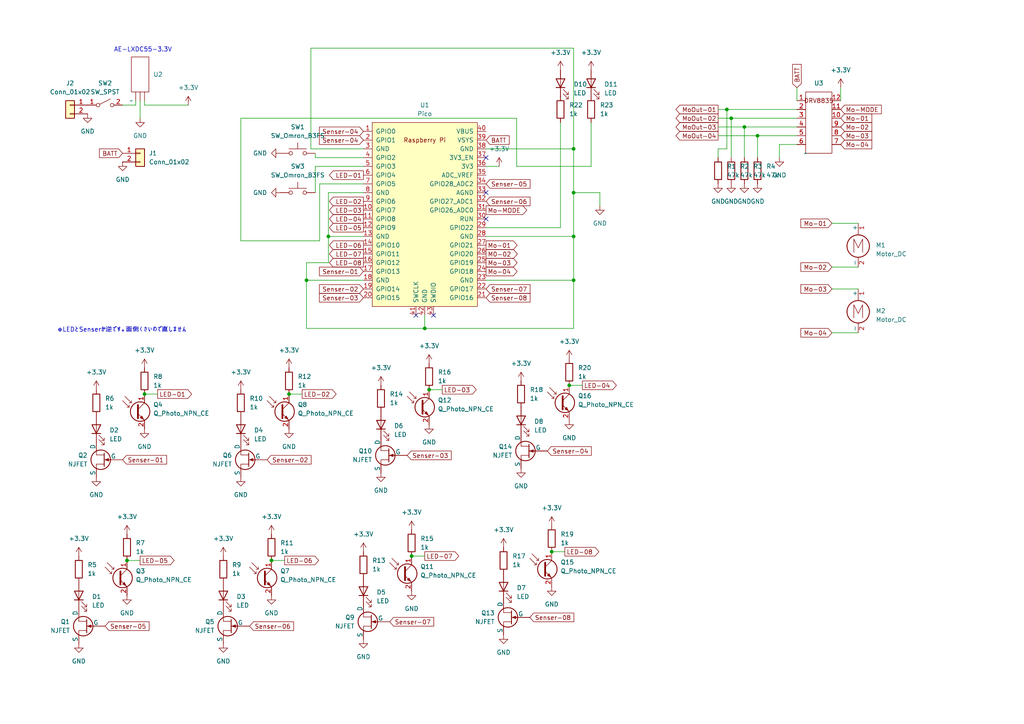
<source format=kicad_sch>
(kicad_sch (version 20231120) (generator "eeschema") (generator_version "8.0")
  (paper "A4")
  (title_block (title "2024.robot.v4") (company "個人北陸マイクロマウス同好会"))
  (lib_symbols
    (symbol "Connector_Generic:Conn_01x02" (pin_names (offset 1.016) hide)
      (property "Reference" "J" (at 0 2.54 0))
      (property "Value" "Conn_01x02" (at 0 -5.08 0))
      (symbol "Conn_01x02_1_1"
        (rectangle (start -1.27 -2.413) (end 0 -2.667) (stroke (width 0.1524)))
        (rectangle (start -1.27 0.127) (end 0 -0.127) (stroke (width 0.1524)))
        (rectangle (start -1.27 1.27) (end 1.27 -3.81) (stroke (width 0.254)) (fill (type background)))
        (pin passive line (at -5.08 0 0) (length 3.81) (name "Pin_1") (number "1"))
        (pin passive line (at -5.08 -2.54 0) (length 3.81) (name "Pin_2") (number "2"))
      )
    )
    (symbol "Device:LED" (pin_numbers hide) (pin_names (offset 1.016) hide)
      (property "Reference" "D" (at 0 2.54 0))
      (property "Value" "LED" (at 0 -2.54 0))
      (symbol "LED_0_1"
        (polyline (pts (xy -1.27 -1.27) (xy -1.27 1.27)) (stroke (width 0.254)))
        (polyline (pts (xy -1.27 0) (xy 1.27 0)))
        (polyline (pts (xy 1.27 -1.27) (xy 1.27 1.27) (xy -1.27 0) (xy 1.27 -1.27)) (stroke (width 0.254)))
        (polyline (pts (xy -3.048 -0.762) (xy -4.572 -2.286) (xy -3.81 -2.286) (xy -4.572 -2.286) (xy -4.572 -1.524)))
        (polyline (pts (xy -1.778 -0.762) (xy -3.302 -2.286) (xy -2.54 -2.286) (xy -3.302 -2.286) (xy -3.302 -1.524)))
      )
      (symbol "LED_1_1"
        (pin passive line (at -3.81 0 0) (length 2.54) (name "K") (number "1"))
        (pin passive line (at 3.81 0 180) (length 2.54) (name "A") (number "2"))
      )
    )
    (symbol "Device:Q_Photo_NPN_CE" (pin_names (offset 0) hide)
      (property "Reference" "Q" (at 5.08 1.27 0))
      (property "Value" "Q_Photo_NPN_CE" (at 5.08 -1.27 0))
      (symbol "Q_Photo_NPN_CE_0_1"
        (polyline (pts (xy -1.905 1.27) (xy -2.54 1.27)))
        (polyline (pts (xy -1.27 2.54) (xy -1.905 2.54)))
        (polyline (pts (xy 0.635 0.635) (xy 2.54 2.54)))
        (polyline (pts (xy -3.81 3.175) (xy -1.905 1.27) (xy -1.905 1.905)))
        (polyline (pts (xy -3.175 4.445) (xy -1.27 2.54) (xy -1.27 3.175)))
        (polyline (pts (xy 0.635 -0.635) (xy 2.54 -2.54) (xy 2.54 -2.54)))
        (polyline (pts (xy 0.635 1.905) (xy 0.635 -1.905) (xy 0.635 -1.905)) (stroke (width 0.508)))
        (polyline (pts (xy 1.27 -1.778) (xy 1.778 -1.27) (xy 2.286 -2.286) (xy 1.27 -1.778) (xy 1.27 -1.778)) (fill (type outline)))
        (circle (center 1.27 0) (radius 2.8194) (stroke (width 0.254)))
      )
      (symbol "Q_Photo_NPN_CE_1_1"
        (pin passive line (at 2.54 5.08 270) (length 2.54) (name "C") (number "1"))
        (pin passive line (at 2.54 -5.08 90) (length 2.54) (name "E") (number "2"))
      )
    )
    (symbol "Device:R" (pin_numbers hide) (pin_names (offset 0))
      (property "Reference" "R" (at 2.032 0 90))
      (property "Value" "R" (at 0 0 90))
      (symbol "R_0_1"
        (rectangle (start -1.016 -2.54) (end 1.016 2.54) (stroke (width 0.254)))
      )
      (symbol "R_1_1"
        (pin passive line (at 0 3.81 270) (length 1.27) (name "~") (number "1"))
        (pin passive line (at 0 -3.81 90) (length 1.27) (name "~") (number "2"))
      )
    )
    (symbol "Driver_Motoer:DRV8835" (pin_names (offset 1016))
      (property "Reference" "U" (at 2.54 12.7 0))
      (symbol "DRV8835_0_1"
        (rectangle (start 0 17.78) (end 7.62 0))
      )
      (symbol "DRV8835_1_1"
        (text "DRV8835" (at 3.81 15.24 0) (effects (font (size 1.27 1.27))))
        (pin power_in line (at -2.54 15.24 0) (length 2.54) (name "Input") (number "1"))
        (pin input line (at 10.16 10.16 180) (length 2.54) (name "") (number "10"))
        (pin input line (at 10.16 12.7 180) (length 2.54) (name "11") (number "11"))
        (pin input line (at 10.16 15.24 180) (length 2.54) (name "") (number "12"))
        (pin input line (at -2.54 10.16 0) (length 2.54) (name "Output") (number "3"))
        (pin input line (at -2.54 7.62 0) (length 2.54) (name "") (number "4"))
        (pin input line (at -2.54 5.08 0) (length 2.54) (name "") (number "5"))
        (pin input line (at -2.54 2.54 0) (length 2.54) (name "") (number "6"))
        (pin input line (at 10.16 2.54 180) (length 2.54) (name "") (number "7"))
        (pin input line (at 10.16 5.08 180) (length 2.54) (name "8") (number "8"))
        (pin input line (at 10.16 7.62 180) (length 2.54) (name "") (number "9"))
        (pin input line (at -2.54 12.7 0) (length 2.54) (name "Output") (number "２"))
      )
    )
    (symbol "GND_1" (power) (pin_numbers hide) (pin_names (offset 0) hide)
      (property "Value" "GND" (at 0 -3.81 0))
      (symbol "GND_1_0_1"
        (polyline (pts (xy 0 0) (xy 0 -1.27) (xy 1.27 -1.27) (xy 0 -2.54) (xy -1.27 -1.27) (xy 0 -1.27)))
      )
      (symbol "GND_1_1_1"
        (pin power_in line (at 0 0 270) (length 0) (name "~") (number "1"))
      )
    )
    (symbol "GND_2" (power) (pin_numbers hide) (pin_names (offset 0) hide)
      (property "Value" "GND" (at 0 -3.81 0))
      (symbol "GND_2_0_1"
        (polyline (pts (xy 0 0) (xy 0 -1.27) (xy 1.27 -1.27) (xy 0 -2.54) (xy -1.27 -1.27) (xy 0 -1.27)))
      )
      (symbol "GND_2_1_1"
        (pin power_in line (at 0 0 270) (length 0) (name "~") (number "1"))
      )
    )
    (symbol "Motor:Motor_DC" (pin_names (offset 0))
      (property "Reference" "M" (at 2.54 2.54 0))
      (property "Value" "Motor_DC" (at 2.54 -5.08 0))
      (symbol "Motor_DC_0_0"
        (polyline (pts (xy -1.27 -3.302) (xy -1.27 0.508) (xy 0 -2.032) (xy 1.27 0.508) (xy 1.27 -3.302)))
      )
      (symbol "Motor_DC_0_1"
        (circle (center 0 -1.524) (radius 3.2512) (stroke (width 0.254)))
        (polyline (pts (xy 0 -7.62) (xy 0 -7.112)))
        (polyline (pts (xy 0 -4.7752) (xy 0 -5.1816)))
        (polyline (pts (xy 0 1.7272) (xy 0 2.0828)))
        (polyline (pts (xy 0 2.032) (xy 0 2.54)))
      )
      (symbol "Motor_DC_1_1"
        (pin passive line (at 0 5.08 270) (length 2.54) (name "+") (number "1"))
        (pin passive line (at 0 -7.62 90) (length 2.54) (name "-") (number "2"))
      )
    )
    (symbol "New_Library:LXDC55FAAA-203"
      (property "Reference" "U" (at 0 0 0))
      (symbol "LXDC55FAAA-203_0_1"
        (rectangle (start 0 12.7) (end 5.08 2.54))
      )
      (symbol "LXDC55FAAA-203_1_1"
        (pin input line (at 1.27 0 90) (length 2.54) (name "") (number ""))
        (pin input line (at 2.54 0 90) (length 2.54) (name "") (number ""))
        (pin input line (at 3.81 0 90) (length 2.54) (name "") (number ""))
      )
    )
    (symbol "RPi_Pico:Pico" (pin_names (offset 1.016))
      (property "Reference" "U" (at -13.97 27.94 0))
      (property "Value" "Pico" (at 0 19.05 0))
      (symbol "Pico_0_0"
        (text "Raspberry Pi" (at 0 21.59 0) (effects (font (size 1.27 1.27))))
      )
      (symbol "Pico_0_1"
        (rectangle (start -15.24 26.67) (end 15.24 -26.67) (fill (type background)))
      )
      (symbol "Pico_1_1"
        (pin bidirectional line (at -17.78 24.13 0) (length 2.54) (name "GPIO0") (number "1"))
        (pin bidirectional line (at -17.78 1.27 0) (length 2.54) (name "GPIO7") (number "10"))
        (pin bidirectional line (at -17.78 -1.27 0) (length 2.54) (name "GPIO8") (number "11"))
        (pin bidirectional line (at -17.78 -3.81 0) (length 2.54) (name "GPIO9") (number "12"))
        (pin power_in line (at -17.78 -6.35 0) (length 2.54) (name "GND") (number "13"))
        (pin bidirectional line (at -17.78 -8.89 0) (length 2.54) (name "GPIO10") (number "14"))
        (pin bidirectional line (at -17.78 -11.43 0) (length 2.54) (name "GPIO11") (number "15"))
        (pin bidirectional line (at -17.78 -13.97 0) (length 2.54) (name "GPIO12") (number "16"))
        (pin bidirectional line (at -17.78 -16.51 0) (length 2.54) (name "GPIO13") (number "17"))
        (pin power_in line (at -17.78 -19.05 0) (length 2.54) (name "GND") (number "18"))
        (pin bidirectional line (at -17.78 -21.59 0) (length 2.54) (name "GPIO14") (number "19"))
        (pin bidirectional line (at -17.78 21.59 0) (length 2.54) (name "GPIO1") (number "2"))
        (pin bidirectional line (at -17.78 -24.13 0) (length 2.54) (name "GPIO15") (number "20"))
        (pin bidirectional line (at 17.78 -24.13 180) (length 2.54) (name "GPIO16") (number "21"))
        (pin bidirectional line (at 17.78 -21.59 180) (length 2.54) (name "GPIO17") (number "22"))
        (pin power_in line (at 17.78 -19.05 180) (length 2.54) (name "GND") (number "23"))
        (pin bidirectional line (at 17.78 -16.51 180) (length 2.54) (name "GPIO18") (number "24"))
        (pin bidirectional line (at 17.78 -13.97 180) (length 2.54) (name "GPIO19") (number "25"))
        (pin bidirectional line (at 17.78 -11.43 180) (length 2.54) (name "GPIO20") (number "26"))
        (pin bidirectional line (at 17.78 -8.89 180) (length 2.54) (name "GPIO21") (number "27"))
        (pin power_in line (at 17.78 -6.35 180) (length 2.54) (name "GND") (number "28"))
        (pin bidirectional line (at 17.78 -3.81 180) (length 2.54) (name "GPIO22") (number "29"))
        (pin power_in line (at -17.78 19.05 0) (length 2.54) (name "GND") (number "3"))
        (pin input line (at 17.78 -1.27 180) (length 2.54) (name "RUN") (number "30"))
        (pin bidirectional line (at 17.78 1.27 180) (length 2.54) (name "GPIO26_ADC0") (number "31"))
        (pin bidirectional line (at 17.78 3.81 180) (length 2.54) (name "GPIO27_ADC1") (number "32"))
        (pin power_in line (at 17.78 6.35 180) (length 2.54) (name "AGND") (number "33"))
        (pin bidirectional line (at 17.78 8.89 180) (length 2.54) (name "GPIO28_ADC2") (number "34"))
        (pin unspecified line (at 17.78 11.43 180) (length 2.54) (name "ADC_VREF") (number "35"))
        (pin unspecified line (at 17.78 13.97 180) (length 2.54) (name "3V3") (number "36"))
        (pin input line (at 17.78 16.51 180) (length 2.54) (name "3V3_EN") (number "37"))
        (pin bidirectional line (at 17.78 19.05 180) (length 2.54) (name "GND") (number "38"))
        (pin unspecified line (at 17.78 21.59 180) (length 2.54) (name "VSYS") (number "39"))
        (pin bidirectional line (at -17.78 16.51 0) (length 2.54) (name "GPIO2") (number "4"))
        (pin unspecified line (at 17.78 24.13 180) (length 2.54) (name "VBUS") (number "40"))
        (pin input line (at -2.54 -29.21 90) (length 2.54) (name "SWCLK") (number "41"))
        (pin power_in line (at 0 -29.21 90) (length 2.54) (name "GND") (number "42"))
        (pin bidirectional line (at 2.54 -29.21 90) (length 2.54) (name "SWDIO") (number "43"))
        (pin bidirectional line (at -17.78 13.97 0) (length 2.54) (name "GPIO3") (number "5"))
        (pin bidirectional line (at -17.78 11.43 0) (length 2.54) (name "GPIO4") (number "6"))
        (pin bidirectional line (at -17.78 8.89 0) (length 2.54) (name "GPIO5") (number "7"))
        (pin power_in line (at -17.78 6.35 0) (length 2.54) (name "GND") (number "8"))
        (pin bidirectional line (at -17.78 3.81 0) (length 2.54) (name "GPIO6") (number "9"))
      )
    )
    (symbol "Simulation_SPICE:NJFET" (pin_numbers hide) (pin_names (offset 0))
      (property "Reference" "Q" (at 5.08 1.27 0))
      (property "Value" "NJFET" (at 5.08 -1.27 0))
      (symbol "NJFET_0_1"
        (polyline (pts (xy 0.254 1.905) (xy 0.254 -1.905) (xy 0.254 -1.905)) (stroke (width 0.254)))
        (polyline (pts (xy 2.54 -2.54) (xy 2.54 -1.27) (xy 0.254 -1.27)))
        (polyline (pts (xy 2.54 2.54) (xy 2.54 1.397) (xy 0.254 1.397)))
        (polyline (pts (xy 0 0) (xy -1.016 0.381) (xy -1.016 -0.381) (xy 0 0)) (fill (type outline)))
        (circle (center 1.27 0) (radius 2.8194) (stroke (width 0.254)))
      )
      (symbol "NJFET_1_1"
        (pin passive line (at 2.54 5.08 270) (length 2.54) (name "D") (number "1"))
        (pin input line (at -5.08 0 0) (length 5.334) (name "G") (number "2"))
        (pin passive line (at 2.54 -5.08 90) (length 2.54) (name "S") (number "3"))
      )
    )
    (symbol "Switch:SW_Omron_B3FS" (pin_numbers hide) (pin_names (offset 1.016) hide)
      (property "Reference" "SW" (at 1.27 2.54 0))
      (property "Value" "SW_Omron_B3FS" (at 0 -1.524 0))
      (symbol "SW_Omron_B3FS_0_1"
        (circle (center -2.032 0) (radius 0.508))
        (polyline (pts (xy 0 1.27) (xy 0 3.048)))
        (polyline (pts (xy 2.54 1.27) (xy -2.54 1.27)))
        (circle (center 2.032 0) (radius 0.508))
        (pin passive line (at -5.08 0 0) (length 2.54) (name "1") (number "1"))
        (pin passive line (at 5.08 0 180) (length 2.54) (name "2") (number "2"))
      )
    )
    (symbol "Switch:SW_SPST" (pin_names (offset 0) hide)
      (property "Reference" "SW" (at 0 3.175 0))
      (property "Value" "SW_SPST" (at 0 -2.54 0))
      (symbol "SW_SPST_0_0"
        (circle (center -2.032 0) (radius 0.508))
        (polyline (pts (xy -1.524 0.254) (xy 1.524 1.778)))
        (circle (center 2.032 0) (radius 0.508))
      )
      (symbol "SW_SPST_1_1"
        (pin passive line (at -5.08 0 0) (length 2.54) (name "A") (number "1"))
        (pin passive line (at 5.08 0 180) (length 2.54) (name "B") (number "2"))
      )
    )
    (symbol "power:+3.3V" (power) (pin_names (offset 0))
      (property "Value" "+3.3V" (at 0 3.556 0))
      (symbol "+3.3V_0_1"
        (polyline (pts (xy -0.762 1.27) (xy 0 2.54)))
        (polyline (pts (xy 0 0) (xy 0 2.54)))
        (polyline (pts (xy 0 2.54) (xy 0.762 1.27)))
      )
      (symbol "+3.3V_1_1"
        (pin power_in line (at 0 0 90) (length 0) hide (name "+3.3V") (number "1"))
      )
    )
    (symbol "power:GND" (power) (pin_names (offset 0))
      (property "Value" "GND" (at 0 -3.81 0))
      (symbol "GND_0_1"
        (polyline (pts (xy 0 0) (xy 0 -1.27) (xy 1.27 -1.27) (xy 0 -2.54) (xy -1.27 -1.27) (xy 0 -1.27)))
      )
      (symbol "GND_1_1"
        (pin power_in line (at 0 0 270) (length 0) hide (name "GND") (number "1"))
      )
    )
  )
  (junction (at 212.09 34.29))
  (junction (at 95.25 68.58))
  (junction (at 119.38 161.29))
  (junction (at 166.37 55.88))
  (junction (at 166.37 81.28))
  (junction (at 210.82 31.75))
  (junction (at 166.37 68.58))
  (junction (at 215.9 36.83))
  (junction (at 123.19 95.25))
  (junction (at 124.46 113.03))
  (junction (at 78.74 162.56))
  (junction (at 41.91 114.3))
  (junction (at 165.1 111.76))
  (junction (at 36.83 162.56))
  (junction (at 83.82 114.3))
  (junction (at 166.37 43.18))
  (junction (at 88.9 81.28))
  (junction (at 219.71 39.37))
  (junction (at 160.02 160.02))
  (no_connect (at 140.97 63.5))
  (no_connect (at 140.97 55.88))
  (no_connect (at 125.73 91.44))
  (no_connect (at 120.65 91.44))
  (no_connect (at 140.97 45.72))
  (wire (pts (xy 241.3 77.47) (xy 248.92 77.47)))
  (wire (pts (xy 241.3 64.77) (xy 248.92 64.77)))
  (wire (pts (xy 149.86 34.29) (xy 69.85 34.29)))
  (wire (pts (xy 208.28 43.18) (xy 208.28 45.72)))
  (wire (pts (xy 105.41 55.88) (xy 95.25 55.88)))
  (wire (pts (xy 212.09 34.29) (xy 231.14 34.29)))
  (wire (pts (xy 162.56 35.56) (xy 162.56 66.04)))
  (wire (pts (xy 166.37 13.97) (xy 166.37 43.18)))
  (wire (pts (xy 41.91 114.3) (xy 45.72 114.3)))
  (wire (pts (xy 165.1 111.76) (xy 168.91 111.76)))
  (wire (pts (xy 92.71 69.85) (xy 92.71 53.34)))
  (wire (pts (xy 119.38 161.29) (xy 123.19 161.29)))
  (wire (pts (xy 171.45 35.56) (xy 171.45 48.26)))
  (wire (pts (xy 140.97 81.28) (xy 166.37 81.28)))
  (wire (pts (xy 208.28 31.75) (xy 210.82 31.75)))
  (wire (pts (xy 166.37 81.28) (xy 166.37 68.58)))
  (wire (pts (xy 95.25 68.58) (xy 95.25 76.2)))
  (wire (pts (xy 36.83 162.56) (xy 40.64 162.56)))
  (wire (pts (xy 149.86 48.26) (xy 149.86 34.29)))
  (wire (pts (xy 88.9 76.2) (xy 88.9 81.28)))
  (wire (pts (xy 212.09 34.29) (xy 212.09 45.72)))
  (wire (pts (xy 83.82 114.3) (xy 87.63 114.3)))
  (wire (pts (xy 35.56 30.48) (xy 39.37 30.48)))
  (wire (pts (xy 69.85 34.29) (xy 69.85 69.85)))
  (wire (pts (xy 105.41 81.28) (xy 88.9 81.28)))
  (wire (pts (xy 208.28 34.29) (xy 212.09 34.29)))
  (wire (pts (xy 95.25 55.88) (xy 95.25 68.58)))
  (wire (pts (xy 69.85 69.85) (xy 92.71 69.85)))
  (wire (pts (xy 41.91 29.21) (xy 41.91 30.48)))
  (wire (pts (xy 208.28 39.37) (xy 219.71 39.37)))
  (wire (pts (xy 231.14 41.91) (xy 226.06 41.91)))
  (wire (pts (xy 88.9 81.28) (xy 88.9 95.25)))
  (wire (pts (xy 219.71 39.37) (xy 231.14 39.37)))
  (wire (pts (xy 210.82 43.18) (xy 208.28 43.18)))
  (wire (pts (xy 166.37 95.25) (xy 166.37 81.28)))
  (wire (pts (xy 95.25 68.58) (xy 105.41 68.58)))
  (wire (pts (xy 78.74 162.56) (xy 82.55 162.56)))
  (wire (pts (xy 243.84 25.4) (xy 243.84 29.21)))
  (wire (pts (xy 173.99 55.88) (xy 173.99 59.69)))
  (wire (pts (xy 90.17 43.18) (xy 90.17 13.97)))
  (wire (pts (xy 166.37 43.18) (xy 166.37 55.88)))
  (wire (pts (xy 123.19 95.25) (xy 166.37 95.25)))
  (wire (pts (xy 41.91 30.48) (xy 54.61 30.48)))
  (wire (pts (xy 124.46 113.03) (xy 128.27 113.03)))
  (wire (pts (xy 88.9 76.2) (xy 95.25 76.2)))
  (wire (pts (xy 171.45 48.26) (xy 149.86 48.26)))
  (wire (pts (xy 140.97 68.58) (xy 166.37 68.58)))
  (wire (pts (xy 40.64 29.21) (xy 40.64 34.29)))
  (wire (pts (xy 215.9 36.83) (xy 231.14 36.83)))
  (wire (pts (xy 166.37 68.58) (xy 166.37 55.88)))
  (wire (pts (xy 140.97 48.26) (xy 144.78 48.26)))
  (wire (pts (xy 219.71 39.37) (xy 219.71 45.72)))
  (wire (pts (xy 162.56 66.04) (xy 140.97 66.04)))
  (wire (pts (xy 105.41 45.72) (xy 91.44 45.72)))
  (wire (pts (xy 88.9 95.25) (xy 123.19 95.25)))
  (wire (pts (xy 210.82 31.75) (xy 231.14 31.75)))
  (wire (pts (xy 241.3 83.82) (xy 248.92 83.82)))
  (wire (pts (xy 123.19 91.44) (xy 123.19 95.25)))
  (wire (pts (xy 166.37 55.88) (xy 173.99 55.88)))
  (wire (pts (xy 208.28 36.83) (xy 215.9 36.83)))
  (wire (pts (xy 39.37 30.48) (xy 39.37 29.21)))
  (wire (pts (xy 92.71 53.34) (xy 105.41 53.34)))
  (wire (pts (xy 91.44 48.26) (xy 91.44 55.88)))
  (wire (pts (xy 231.14 25.4) (xy 231.14 29.21)))
  (wire (pts (xy 105.41 48.26) (xy 91.44 48.26)))
  (wire (pts (xy 91.44 45.72) (xy 91.44 44.45)))
  (wire (pts (xy 105.41 43.18) (xy 90.17 43.18)))
  (wire (pts (xy 226.06 41.91) (xy 226.06 45.72)))
  (wire (pts (xy 241.3 96.52) (xy 248.92 96.52)))
  (wire (pts (xy 210.82 31.75) (xy 210.82 43.18)))
  (wire (pts (xy 215.9 36.83) (xy 215.9 45.72)))
  (wire (pts (xy 160.02 160.02) (xy 163.83 160.02)))
  (wire (pts (xy 90.17 13.97) (xy 166.37 13.97)))
  (wire (pts (xy 140.97 43.18) (xy 166.37 43.18)))
  (text "※LEDとSenserが逆です。面倒くさいので直しません" (at 16.51 96.52 0) (effects (font (size 1.27 1.27)) (justify left bottom)))
  (text "AE-LXDC55-3.3V" (at 33.02 15.24 0) (effects (font (size 1.27 1.27)) (justify left bottom)))
  (global_label "LED-06" (shape output) (at 82.55 162.56 0) (property "Intersheetrefs" "${INTERSHEET_REFS}" (effects (hide yes))))
  (global_label "LED-02" (shape output) (at 87.63 114.3 0) (property "Intersheetrefs" "${INTERSHEET_REFS}" (effects (hide yes))))
  (global_label "LED-01" (shape output) (at 105.41 50.8 180) (property "Intersheetrefs" "${INTERSHEET_REFS}" (effects (hide yes))))
  (global_label "LED-08" (shape output) (at 163.83 160.02 0) (property "Intersheetrefs" "${INTERSHEET_REFS}" (effects (hide yes))))
  (global_label "BATT" (shape input) (at 140.97 40.64 0) (property "Intersheetrefs" "${INTERSHEET_REFS}" (effects (hide yes))))
  (global_label "LED-04" (shape output) (at 168.91 111.76 0) (property "Intersheetrefs" "${INTERSHEET_REFS}" (effects (hide yes))))
  (global_label "BATT" (shape input) (at 35.56 44.45 180) (property "Intersheetrefs" "${INTERSHEET_REFS}" (effects (hide yes))))
  (global_label "Senser-06" (shape input) (at 140.97 58.42 0) (property "Intersheetrefs" "${INTERSHEET_REFS}" (effects (hide yes))))
  (global_label "MoOut-02" (shape output) (at 208.28 34.29 180) (property "Intersheetrefs" "${INTERSHEET_REFS}" (effects (hide yes))))
  (global_label "LED-02" (shape output) (at 105.41 58.42 180) (property "Intersheetrefs" "${INTERSHEET_REFS}" (effects (hide yes))))
  (global_label "Senser-02" (shape input) (at 105.41 83.82 180) (property "Intersheetrefs" "${INTERSHEET_REFS}" (effects (hide yes))))
  (global_label "Senser-02" (shape input) (at 77.47 133.35 0) (property "Intersheetrefs" "${INTERSHEET_REFS}" (effects (hide yes))))
  (global_label "Senser-05" (shape input) (at 30.48 181.61 0) (property "Intersheetrefs" "${INTERSHEET_REFS}" (effects (hide yes))))
  (global_label "Senser-03" (shape input) (at 105.41 86.36 180) (property "Intersheetrefs" "${INTERSHEET_REFS}" (effects (hide yes))))
  (global_label "Mo-03" (shape input) (at 241.3 83.82 180) (property "Intersheetrefs" "${INTERSHEET_REFS}" (effects (hide yes))))
  (global_label "LED-03" (shape output) (at 128.27 113.03 0) (property "Intersheetrefs" "${INTERSHEET_REFS}" (effects (hide yes))))
  (global_label "LED-05" (shape output) (at 40.64 162.56 0) (property "Intersheetrefs" "${INTERSHEET_REFS}" (effects (hide yes))))
  (global_label "MoOut-03" (shape output) (at 208.28 36.83 180) (property "Intersheetrefs" "${INTERSHEET_REFS}" (effects (hide yes))))
  (global_label "Senser-04" (shape input) (at 158.75 130.81 0) (property "Intersheetrefs" "${INTERSHEET_REFS}" (effects (hide yes))))
  (global_label "LED-06" (shape output) (at 105.41 71.12 180) (property "Intersheetrefs" "${INTERSHEET_REFS}" (effects (hide yes))))
  (global_label "Mo-01" (shape output) (at 140.97 71.12 0) (property "Intersheetrefs" "${INTERSHEET_REFS}" (effects (hide yes))))
  (global_label "Senser-04" (shape input) (at 105.41 40.64 180) (property "Intersheetrefs" "${INTERSHEET_REFS}" (effects (hide yes))))
  (global_label "M0-02" (shape output) (at 140.97 73.66 0) (property "Intersheetrefs" "${INTERSHEET_REFS}" (effects (hide yes))))
  (global_label "LED-01" (shape output) (at 45.72 114.3 0) (property "Intersheetrefs" "${INTERSHEET_REFS}" (effects (hide yes))))
  (global_label "Mo-04" (shape input) (at 243.84 41.91 0) (property "Intersheetrefs" "${INTERSHEET_REFS}" (effects (hide yes))))
  (global_label "LED-03" (shape output) (at 105.41 60.96 180) (property "Intersheetrefs" "${INTERSHEET_REFS}" (effects (hide yes))))
  (global_label "Senser-07" (shape input) (at 140.97 83.82 0) (property "Intersheetrefs" "${INTERSHEET_REFS}" (effects (hide yes))))
  (global_label "Mo-03" (shape output) (at 140.97 76.2 0) (property "Intersheetrefs" "${INTERSHEET_REFS}" (effects (hide yes))))
  (global_label "Senser-08" (shape input) (at 140.97 86.36 0) (property "Intersheetrefs" "${INTERSHEET_REFS}" (effects (hide yes))))
  (global_label "Mo-04" (shape output) (at 140.97 78.74 0) (property "Intersheetrefs" "${INTERSHEET_REFS}" (effects (hide yes))))
  (global_label "Mo-01" (shape input) (at 243.84 34.29 0) (property "Intersheetrefs" "${INTERSHEET_REFS}" (effects (hide yes))))
  (global_label "Mo-01" (shape input) (at 241.3 64.77 180) (property "Intersheetrefs" "${INTERSHEET_REFS}" (effects (hide yes))))
  (global_label "Mo-MODE" (shape output) (at 140.97 60.96 0) (property "Intersheetrefs" "${INTERSHEET_REFS}" (effects (hide yes))))
  (global_label "Senser-03" (shape input) (at 118.11 132.08 0) (property "Intersheetrefs" "${INTERSHEET_REFS}" (effects (hide yes))))
  (global_label "Senser-07" (shape input) (at 113.03 180.34 0) (property "Intersheetrefs" "${INTERSHEET_REFS}" (effects (hide yes))))
  (global_label "Mo-04" (shape input) (at 241.3 96.52 180) (property "Intersheetrefs" "${INTERSHEET_REFS}" (effects (hide yes))))
  (global_label "Mo-03" (shape input) (at 243.84 39.37 0) (property "Intersheetrefs" "${INTERSHEET_REFS}" (effects (hide yes))))
  (global_label "Senser-04" (shape input) (at 105.41 38.1 180) (property "Intersheetrefs" "${INTERSHEET_REFS}" (effects (hide yes))))
  (global_label "Senser-01" (shape input) (at 35.56 133.35 0) (property "Intersheetrefs" "${INTERSHEET_REFS}" (effects (hide yes))))
  (global_label "MoOut-04" (shape output) (at 208.28 39.37 180) (property "Intersheetrefs" "${INTERSHEET_REFS}" (effects (hide yes))))
  (global_label "MoOut-01" (shape output) (at 208.28 31.75 180) (property "Intersheetrefs" "${INTERSHEET_REFS}" (effects (hide yes))))
  (global_label "LED-08" (shape output) (at 105.41 76.2 180) (property "Intersheetrefs" "${INTERSHEET_REFS}" (effects (hide yes))))
  (global_label "Senser-01" (shape input) (at 105.41 78.74 180) (property "Intersheetrefs" "${INTERSHEET_REFS}" (effects (hide yes))))
  (global_label "Senser-08" (shape input) (at 153.67 179.07 0) (property "Intersheetrefs" "${INTERSHEET_REFS}" (effects (hide yes))))
  (global_label "Senser-06" (shape input) (at 72.39 181.61 0) (property "Intersheetrefs" "${INTERSHEET_REFS}" (effects (hide yes))))
  (global_label "BATT" (shape input) (at 231.14 25.4 90) (property "Intersheetrefs" "${INTERSHEET_REFS}" (effects (hide yes))))
  (global_label "LED-04" (shape output) (at 105.41 63.5 180) (property "Intersheetrefs" "${INTERSHEET_REFS}" (effects (hide yes))))
  (global_label "LED-07" (shape output) (at 105.41 73.66 180) (property "Intersheetrefs" "${INTERSHEET_REFS}" (effects (hide yes))))
  (global_label "LED-05" (shape output) (at 105.41 66.04 180) (property "Intersheetrefs" "${INTERSHEET_REFS}" (effects (hide yes))))
  (global_label "Mo-02" (shape input) (at 243.84 36.83 0) (property "Intersheetrefs" "${INTERSHEET_REFS}" (effects (hide yes))))
  (global_label "Mo-MODE" (shape input) (at 243.84 31.75 0) (property "Intersheetrefs" "${INTERSHEET_REFS}" (effects (hide yes))))
  (global_label "LED-07" (shape output) (at 123.19 161.29 0) (property "Intersheetrefs" "${INTERSHEET_REFS}" (effects (hide yes))))
  (global_label "Senser-05" (shape input) (at 140.97 53.34 0) (property "Intersheetrefs" "${INTERSHEET_REFS}" (effects (hide yes))))
  (global_label "Mo-02" (shape input) (at 241.3 77.47 180) (property "Intersheetrefs" "${INTERSHEET_REFS}" (effects (hide yes))))
  (symbol (lib_id "Device:R") (at 146.05 162.56 0) (unit 1)
    (property "Reference" "R17" (at 148.59 161.29 0) (effects (justify left)))
    (property "Value" "1k" (at 148.59 163.83 0) (effects (justify left)))
    (property "Footprint" "Capacitor_SMD:C_0201_0603Metric" (effects (hide yes)))
  )
  (symbol (lib_id "Simulation_SPICE:NJFET") (at 30.48 133.35 0) (mirror y) (unit 1)
    (property "Reference" "Q2" (at 25.4 132.08 0) (effects (justify left)))
    (property "Value" "NJFET" (at 25.4 134.62 0) (effects (justify left)))
    (property "Footprint" "Package_TO_SOT_THT:TO-247-3_Vertical" (effects (hide yes)))
    (property "Sim.Device" "NJFET" (effects (hide yes)))
    (property "Sim.Type" "SHICHMANHODGES" (effects (hide yes)))
    (property "Sim.Pins" "1=D 2=G 3=S" (effects (hide yes)))
  )
  (symbol (lib_id "Simulation_SPICE:NJFET") (at 148.59 179.07 0) (mirror y) (unit 1)
    (property "Reference" "Q13" (at 143.51 177.8 0) (effects (justify left)))
    (property "Value" "NJFET" (at 143.51 180.34 0) (effects (justify left)))
    (property "Footprint" "Package_TO_SOT_THT:TO-247-3_Vertical" (effects (hide yes)))
    (property "Sim.Device" "NJFET" (effects (hide yes)))
    (property "Sim.Type" "SHICHMANHODGES" (effects (hide yes)))
    (property "Sim.Pins" "1=D 2=G 3=S" (effects (hide yes)))
  )
  (symbol (lib_id "power:GND") (at 40.64 34.29 0) (unit 1)
    (property "Reference" "#PWR04" (effects (hide yes)))
    (property "Value" "GND" (at 40.64 39.37 0))
  )
  (symbol (lib_id "Device:LED") (at 22.86 172.72 90) (unit 1)
    (property "Reference" "D1" (at 26.67 173.0375 90) (effects (justify right)))
    (property "Value" "LED" (at 26.67 175.5775 90) (effects (justify right)))
    (property "Footprint" "LED_THT:LED_D3.0mm" (effects (hide yes)))
  )
  (symbol (lib_id "power:GND") (at 160.02 170.18 0) (unit 1)
    (property "Reference" "#PWR042" (effects (hide yes)))
    (property "Value" "GND" (at 160.02 175.26 0))
  )
  (symbol (lib_id "Device:R") (at 119.38 157.48 0) (unit 1)
    (property "Reference" "R15" (at 121.92 156.21 0) (effects (justify left)))
    (property "Value" "1k" (at 121.92 158.75 0) (effects (justify left)))
    (property "Footprint" "Capacitor_SMD:C_0201_0603Metric" (effects (hide yes)))
  )
  (symbol (lib_id "power:+3.3V") (at 146.05 158.75 0) (unit 1)
    (property "Reference" "#PWR037" (effects (hide yes)))
    (property "Value" "+3.3V" (at 146.05 153.67 0))
  )
  (symbol (lib_id "Device:Q_Photo_NPN_CE") (at 162.56 116.84 0) (unit 1)
    (property "Reference" "Q16" (at 167.64 114.8207 0) (effects (justify left)))
    (property "Value" "Q_Photo_NPN_CE" (at 167.64 117.3607 0) (effects (justify left)))
    (property "Footprint" "OptoDevice:Osram_SFH2440" (effects (hide yes)))
  )
  (symbol (lib_id "power:GND") (at 110.49 137.16 0) (unit 1)
    (property "Reference" "#PWR032" (effects (hide yes)))
    (property "Value" "GND" (at 110.49 142.24 0))
  )
  (symbol (lib_id "power:+3.3V") (at 64.77 161.29 0) (unit 1)
    (property "Reference" "#PWR021" (effects (hide yes)))
    (property "Value" "+3.3V" (at 64.77 156.21 0))
  )
  (symbol (lib_id "Device:LED") (at 162.56 24.13 90) (unit 1)
    (property "Reference" "D10" (at 166.37 24.4475 90) (effects (justify right)))
    (property "Value" "LED" (at 166.37 26.9875 90) (effects (justify right)))
    (property "Footprint" "LED_THT:LED_D3.0mm" (effects (hide yes)))
  )
  (symbol (lib_id "Device:R") (at 110.49 115.57 0) (unit 1)
    (property "Reference" "R14" (at 113.03 114.3 0) (effects (justify left)))
    (property "Value" "1k" (at 113.03 116.84 0) (effects (justify left)))
    (property "Footprint" "Capacitor_SMD:C_0201_0603Metric" (effects (hide yes)))
  )
  (symbol (lib_id "power:+3.3V") (at 78.74 154.94 0) (unit 1)
    (property "Reference" "#PWR025" (effects (hide yes)))
    (property "Value" "+3.3V" (at 78.74 149.86 0))
  )
  (symbol (lib_id "Device:R") (at 162.56 31.75 0) (unit 1)
    (property "Reference" "R22" (at 165.1 30.48 0) (effects (justify left)))
    (property "Value" "1k" (at 165.1 33.02 0) (effects (justify left)))
    (property "Footprint" "Capacitor_SMD:C_0201_0603Metric" (effects (hide yes)))
  )
  (symbol (lib_id "power:+3.3V") (at 151.13 110.49 0) (unit 1)
    (property "Reference" "#PWR039" (effects (hide yes)))
    (property "Value" "+3.3V" (at 151.13 105.41 0))
  )
  (symbol (lib_id "power:+3.3V") (at 69.85 113.03 0) (unit 1)
    (property "Reference" "#PWR023" (effects (hide yes)))
    (property "Value" "+3.3V" (at 69.85 107.95 0))
  )
  (symbol (lib_id "power:GND") (at 219.71 53.34 0) (unit 1)
    (property "Reference" "#PWR010" (effects (hide yes)))
    (property "Value" "GND" (at 219.71 58.42 0))
  )
  (symbol (lib_id "Device:R") (at 212.09 49.53 0) (unit 1)
    (property "Reference" "R2" (at 214.63 48.26 0) (effects (justify left)))
    (property "Value" "47k" (at 214.63 50.8 0) (effects (justify left)))
    (property "Footprint" "Capacitor_SMD:C_0201_0603Metric" (effects (hide yes)))
  )
  (symbol (lib_id "power:GND") (at 64.77 186.69 0) (unit 1)
    (property "Reference" "#PWR022" (effects (hide yes)))
    (property "Value" "GND" (at 64.77 191.77 0))
  )
  (symbol (lib_id "Device:R") (at 215.9 49.53 0) (unit 1)
    (property "Reference" "R3" (at 218.44 48.26 0) (effects (justify left)))
    (property "Value" "47k" (at 218.44 50.8 0) (effects (justify left)))
    (property "Footprint" "Capacitor_SMD:C_0201_0603Metric" (effects (hide yes)))
  )
  (symbol (lib_id "Device:R") (at 36.83 158.75 0) (unit 1)
    (property "Reference" "R7" (at 39.37 157.48 0) (effects (justify left)))
    (property "Value" "1k" (at 39.37 160.02 0) (effects (justify left)))
    (property "Footprint" "Capacitor_SMD:C_0201_0603Metric" (effects (hide yes)))
  )
  (symbol (lib_id "Device:Q_Photo_NPN_CE") (at 34.29 167.64 0) (unit 1)
    (property "Reference" "Q3" (at 39.37 165.6207 0) (effects (justify left)))
    (property "Value" "Q_Photo_NPN_CE" (at 39.37 168.1607 0) (effects (justify left)))
    (property "Footprint" "OptoDevice:Osram_SFH2440" (effects (hide yes)))
  )
  (symbol (lib_id "Connector_Generic:Conn_01x02") (at 20.32 30.48 0) (mirror y) (unit 1)
    (property "Reference" "J2" (at 20.32 24.13 0))
    (property "Value" "Conn_01x02" (at 20.32 26.67 0))
    (property "Description" "Generic connector, single row, 01x02, script generated (kicad-library-utils/schlib/autogen/connector/)" (effects (hide yes)))
  )
  (symbol (lib_id "power:GND") (at 83.82 124.46 0) (unit 1)
    (property "Reference" "#PWR028" (effects (hide yes)))
    (property "Value" "GND" (at 83.82 129.54 0))
  )
  (symbol (lib_id "Device:R") (at 160.02 156.21 0) (unit 1)
    (property "Reference" "R19" (at 162.56 154.94 0) (effects (justify left)))
    (property "Value" "1k" (at 162.56 157.48 0) (effects (justify left)))
    (property "Footprint" "Capacitor_SMD:C_0201_0603Metric" (effects (hide yes)))
  )
  (symbol (lib_id "Switch:SW_Omron_B3FS") (at 86.36 44.45 0) (unit 1)
    (property "Reference" "SW1" (at 86.36 36.83 0))
    (property "Value" "SW_Omron_B3FS" (at 86.36 39.37 0))
    (property "Footprint" "Button_Switch_THT:SW_PUSH_6mm_H7.3mm" (effects (hide yes)))
    (property "Datasheet" "https://omronfs.omron.com/en_US/ecb/products/pdf/en-b3fs.pdf" (effects (hide yes)))
  )
  (symbol (lib_id "power:+3.3V") (at 160.02 152.4 0) (unit 1)
    (property "Reference" "#PWR041" (effects (hide yes)))
    (property "Value" "+3.3V" (at 160.02 147.32 0))
  )
  (symbol (lib_id "power:+3.3V") (at 119.38 153.67 0) (unit 1)
    (property "Reference" "#PWR033" (effects (hide yes)))
    (property "Value" "+3.3V" (at 119.38 148.59 0))
  )
  (symbol (lib_id "power:+3.3V") (at 144.78 48.26 0) (unit 1)
    (property "Reference" "#PWR02" (effects (hide yes)))
    (property "Value" "+3.3V" (at 144.78 43.18 0))
  )
  (symbol (lib_name "GND_1") (lib_id "power:GND") (at 35.56 46.99 0) (unit 1)
    (property "Reference" "#PWR06" (effects (hide yes)))
    (property "Value" "GND" (at 35.56 52.07 0))
    (property "Description" "Power symbol creates a global label with name \"GND\" , ground" (effects (hide yes)))
  )
  (symbol (lib_id "power:GND") (at 69.85 138.43 0) (unit 1)
    (property "Reference" "#PWR024" (effects (hide yes)))
    (property "Value" "GND" (at 69.85 143.51 0))
  )
  (symbol (lib_id "Device:Q_Photo_NPN_CE") (at 121.92 118.11 0) (unit 1)
    (property "Reference" "Q12" (at 127 116.0907 0) (effects (justify left)))
    (property "Value" "Q_Photo_NPN_CE" (at 127 118.6307 0) (effects (justify left)))
    (property "Footprint" "OptoDevice:Osram_SFH2440" (effects (hide yes)))
  )
  (symbol (lib_id "Simulation_SPICE:NJFET") (at 153.67 130.81 0) (mirror y) (unit 1)
    (property "Reference" "Q14" (at 148.59 129.54 0) (effects (justify left)))
    (property "Value" "NJFET" (at 148.59 132.08 0) (effects (justify left)))
    (property "Footprint" "Package_TO_SOT_THT:TO-247-3_Vertical" (effects (hide yes)))
    (property "Sim.Device" "NJFET" (effects (hide yes)))
    (property "Sim.Type" "SHICHMANHODGES" (effects (hide yes)))
    (property "Sim.Pins" "1=D 2=G 3=S" (effects (hide yes)))
  )
  (symbol (lib_id "Device:LED") (at 171.45 24.13 90) (unit 1)
    (property "Reference" "D11" (at 175.26 24.4475 90) (effects (justify right)))
    (property "Value" "LED" (at 175.26 26.9875 90) (effects (justify right)))
    (property "Footprint" "LED_THT:LED_D3.0mm" (effects (hide yes)))
  )
  (symbol (lib_id "Device:LED") (at 151.13 121.92 90) (unit 1)
    (property "Reference" "D8" (at 154.94 122.2375 90) (effects (justify right)))
    (property "Value" "LED" (at 154.94 124.7775 90) (effects (justify right)))
    (property "Footprint" "LED_THT:LED_D3.0mm" (effects (hide yes)))
  )
  (symbol (lib_id "Device:Q_Photo_NPN_CE") (at 116.84 166.37 0) (unit 1)
    (property "Reference" "Q11" (at 121.92 164.3507 0) (effects (justify left)))
    (property "Value" "Q_Photo_NPN_CE" (at 121.92 166.8907 0) (effects (justify left)))
    (property "Footprint" "OptoDevice:Osram_SFH2440" (effects (hide yes)))
  )
  (symbol (lib_id "Device:R") (at 69.85 116.84 0) (unit 1)
    (property "Reference" "R10" (at 72.39 115.57 0) (effects (justify left)))
    (property "Value" "1k" (at 72.39 118.11 0) (effects (justify left)))
    (property "Footprint" "Capacitor_SMD:C_0201_0603Metric" (effects (hide yes)))
  )
  (symbol (lib_id "Device:LED") (at 27.94 124.46 90) (unit 1)
    (property "Reference" "D2" (at 31.75 124.7775 90) (effects (justify right)))
    (property "Value" "LED" (at 31.75 127.3175 90) (effects (justify right)))
    (property "Footprint" "LED_THT:LED_D3.0mm" (effects (hide yes)))
  )
  (symbol (lib_id "power:+3.3V") (at 165.1 104.14 0) (unit 1)
    (property "Reference" "#PWR043" (effects (hide yes)))
    (property "Value" "+3.3V" (at 165.1 99.06 0))
  )
  (symbol (lib_id "Switch:SW_Omron_B3FS") (at 86.36 55.88 0) (unit 1)
    (property "Reference" "SW3" (at 86.36 48.26 0))
    (property "Value" "SW_Omron_B3FS" (at 86.36 50.8 0))
    (property "Footprint" "Button_Switch_THT:SW_PUSH_6mm_H7.3mm" (effects (hide yes)))
    (property "Datasheet" "https://omronfs.omron.com/en_US/ecb/products/pdf/en-b3fs.pdf" (effects (hide yes)))
  )
  (symbol (lib_id "power:+3.3V") (at 124.46 105.41 0) (unit 1)
    (property "Reference" "#PWR035" (effects (hide yes)))
    (property "Value" "+3.3V" (at 124.46 100.33 0))
  )
  (symbol (lib_id "Device:R") (at 27.94 116.84 0) (unit 1)
    (property "Reference" "R6" (at 30.48 115.57 0) (effects (justify left)))
    (property "Value" "1k" (at 30.48 118.11 0) (effects (justify left)))
    (property "Footprint" "Capacitor_SMD:C_0201_0603Metric" (effects (hide yes)))
  )
  (symbol (lib_id "Device:Q_Photo_NPN_CE") (at 39.37 119.38 0) (unit 1)
    (property "Reference" "Q4" (at 44.45 117.3607 0) (effects (justify left)))
    (property "Value" "Q_Photo_NPN_CE" (at 44.45 119.9007 0) (effects (justify left)))
    (property "Footprint" "OptoDevice:Osram_SFH2440" (effects (hide yes)))
  )
  (symbol (lib_id "Device:R") (at 41.91 110.49 0) (unit 1)
    (property "Reference" "R8" (at 44.45 109.22 0) (effects (justify left)))
    (property "Value" "1k" (at 44.45 111.76 0) (effects (justify left)))
    (property "Footprint" "Capacitor_SMD:C_0201_0603Metric" (effects (hide yes)))
  )
  (symbol (lib_id "Device:Q_Photo_NPN_CE") (at 81.28 119.38 0) (unit 1)
    (property "Reference" "Q8" (at 86.36 117.3607 0) (effects (justify left)))
    (property "Value" "Q_Photo_NPN_CE" (at 86.36 119.9007 0) (effects (justify left)))
    (property "Footprint" "OptoDevice:Osram_SFH2440" (effects (hide yes)))
  )
  (symbol (lib_id "power:+3.3V") (at 243.84 25.4 0) (unit 1)
    (property "Reference" "#PWR03" (effects (hide yes)))
    (property "Value" "+3.3V" (at 243.84 20.32 0))
  )
  (symbol (lib_id "Device:R") (at 78.74 158.75 0) (unit 1)
    (property "Reference" "R11" (at 81.28 157.48 0) (effects (justify left)))
    (property "Value" "1k" (at 81.28 160.02 0) (effects (justify left)))
    (property "Footprint" "Capacitor_SMD:C_0201_0603Metric" (effects (hide yes)))
  )
  (symbol (lib_id "Device:R") (at 22.86 165.1 0) (unit 1)
    (property "Reference" "R5" (at 25.4 163.83 0) (effects (justify left)))
    (property "Value" "1k" (at 25.4 166.37 0) (effects (justify left)))
    (property "Footprint" "Capacitor_SMD:C_0201_0603Metric" (effects (hide yes)))
  )
  (symbol (lib_id "power:GND") (at 22.86 186.69 0) (unit 1)
    (property "Reference" "#PWR014" (effects (hide yes)))
    (property "Value" "GND" (at 22.86 191.77 0))
  )
  (symbol (lib_id "Simulation_SPICE:NJFET") (at 67.31 181.61 0) (mirror y) (unit 1)
    (property "Reference" "Q5" (at 62.23 180.34 0) (effects (justify left)))
    (property "Value" "NJFET" (at 62.23 182.88 0) (effects (justify left)))
    (property "Footprint" "Package_TO_SOT_THT:TO-247-3_Vertical" (effects (hide yes)))
    (property "Sim.Device" "NJFET" (effects (hide yes)))
    (property "Sim.Type" "SHICHMANHODGES" (effects (hide yes)))
    (property "Sim.Pins" "1=D 2=G 3=S" (effects (hide yes)))
  )
  (symbol (lib_id "power:GND") (at 165.1 121.92 0) (unit 1)
    (property "Reference" "#PWR044" (effects (hide yes)))
    (property "Value" "GND" (at 165.1 127 0))
  )
  (symbol (lib_id "Device:LED") (at 64.77 172.72 90) (unit 1)
    (property "Reference" "D3" (at 68.58 173.0375 90) (effects (justify right)))
    (property "Value" "LED" (at 68.58 175.5775 90) (effects (justify right)))
    (property "Footprint" "LED_THT:LED_D3.0mm" (effects (hide yes)))
  )
  (symbol (lib_id "Simulation_SPICE:NJFET") (at 113.03 132.08 0) (mirror y) (unit 1)
    (property "Reference" "Q10" (at 107.95 130.81 0) (effects (justify left)))
    (property "Value" "NJFET" (at 107.95 133.35 0) (effects (justify left)))
    (property "Footprint" "Package_TO_SOT_THT:TO-247-3_Vertical" (effects (hide yes)))
    (property "Sim.Device" "NJFET" (effects (hide yes)))
    (property "Sim.Type" "SHICHMANHODGES" (effects (hide yes)))
    (property "Sim.Pins" "1=D 2=G 3=S" (effects (hide yes)))
  )
  (symbol (lib_id "power:GND") (at 215.9 53.34 0) (unit 1)
    (property "Reference" "#PWR09" (effects (hide yes)))
    (property "Value" "GND" (at 215.9 58.42 0))
  )
  (symbol (lib_id "Motor:Motor_DC") (at 248.92 88.9 0) (unit 1)
    (property "Reference" "M2" (at 254 90.17 0) (effects (justify left)))
    (property "Value" "Motor_DC" (at 254 92.71 0) (effects (justify left)))
    (property "Footprint" "Connector_PinSocket_1.00mm:PinSocket_1x02_P1.00mm_Vertical" (effects (hide yes)))
  )
  (symbol (lib_id "power:GND") (at 208.28 53.34 0) (unit 1)
    (property "Reference" "#PWR07" (effects (hide yes)))
    (property "Value" "GND" (at 208.28 58.42 0))
  )
  (symbol (lib_id "power:GND") (at 81.28 44.45 270) (unit 1)
    (property "Reference" "#PWR013" (effects (hide yes)))
    (property "Value" "GND" (at 77.47 44.45 90) (effects (justify right)))
  )
  (symbol (lib_id "Device:R") (at 83.82 110.49 0) (unit 1)
    (property "Reference" "R12" (at 86.36 109.22 0) (effects (justify left)))
    (property "Value" "1k" (at 86.36 111.76 0) (effects (justify left)))
    (property "Footprint" "Capacitor_SMD:C_0201_0603Metric" (effects (hide yes)))
  )
  (symbol (lib_id "Device:Q_Photo_NPN_CE") (at 157.48 165.1 0) (unit 1)
    (property "Reference" "Q15" (at 162.56 163.0807 0) (effects (justify left)))
    (property "Value" "Q_Photo_NPN_CE" (at 162.56 165.6207 0) (effects (justify left)))
    (property "Footprint" "OptoDevice:Osram_SFH2440" (effects (hide yes)))
  )
  (symbol (lib_id "Device:LED") (at 69.85 124.46 90) (unit 1)
    (property "Reference" "D4" (at 73.66 124.7775 90) (effects (justify right)))
    (property "Value" "LED" (at 73.66 127.3175 90) (effects (justify right)))
    (property "Footprint" "LED_THT:LED_D3.0mm" (effects (hide yes)))
  )
  (symbol (lib_id "power:GND") (at 212.09 53.34 0) (unit 1)
    (property "Reference" "#PWR08" (effects (hide yes)))
    (property "Value" "GND" (at 212.09 58.42 0))
  )
  (symbol (lib_id "power:+3.3V") (at 54.61 30.48 0) (unit 1)
    (property "Reference" "#PWR05" (effects (hide yes)))
    (property "Value" "+3.3V" (at 54.61 25.4 0))
  )
  (symbol (lib_id "Device:R") (at 64.77 165.1 0) (unit 1)
    (property "Reference" "R9" (at 67.31 163.83 0) (effects (justify left)))
    (property "Value" "1k" (at 67.31 166.37 0) (effects (justify left)))
    (property "Footprint" "Capacitor_SMD:C_0201_0603Metric" (effects (hide yes)))
  )
  (symbol (lib_id "Device:R") (at 219.71 49.53 0) (unit 1)
    (property "Reference" "R4" (at 222.25 48.26 0) (effects (justify left)))
    (property "Value" "47k" (at 222.25 50.8 0) (effects (justify left)))
    (property "Footprint" "Capacitor_SMD:C_0201_0603Metric" (effects (hide yes)))
  )
  (symbol (lib_id "New_Library:LXDC55FAAA-203") (at 38.1 29.21 0) (unit 1)
    (property "Reference" "U2" (at 44.45 21.59 0) (effects (justify left)))
    (property "Value" "~" (at 38.1 29.21 0))
    (property "Footprint" "Library:AE-LXDC55-3.3V" (effects (hide yes)))
  )
  (symbol (lib_id "RPi_Pico:Pico") (at 123.19 62.23 0) (unit 1)
    (property "Reference" "U1" (at 123.19 30.48 0))
    (property "Value" "Pico" (at 123.19 33.02 0))
    (property "Footprint" "RPi_Pico:RPi_Pico_SMD_TH" (effects (hide yes)))
  )
  (symbol (lib_id "Device:R") (at 165.1 107.95 0) (unit 1)
    (property "Reference" "R20" (at 167.64 106.68 0) (effects (justify left)))
    (property "Value" "1k" (at 167.64 109.22 0) (effects (justify left)))
    (property "Footprint" "Capacitor_SMD:C_0201_0603Metric" (effects (hide yes)))
  )
  (symbol (lib_id "power:+3.3V") (at 36.83 154.94 0) (unit 1)
    (property "Reference" "#PWR017" (effects (hide yes)))
    (property "Value" "+3.3V" (at 36.83 149.86 0))
  )
  (symbol (lib_id "power:+3.3V") (at 83.82 106.68 0) (unit 1)
    (property "Reference" "#PWR027" (effects (hide yes)))
    (property "Value" "+3.3V" (at 83.82 101.6 0))
  )
  (symbol (lib_id "power:GND") (at 146.05 184.15 0) (unit 1)
    (property "Reference" "#PWR038" (effects (hide yes)))
    (property "Value" "GND" (at 146.05 189.23 0))
  )
  (symbol (lib_id "power:GND") (at 173.99 59.69 0) (unit 1)
    (property "Reference" "#PWR046" (effects (hide yes)))
    (property "Value" "GND" (at 173.99 64.77 0))
  )
  (symbol (lib_id "power:+3.3V") (at 162.56 20.32 0) (unit 1)
    (property "Reference" "#PWR047" (effects (hide yes)))
    (property "Value" "+3.3V" (at 162.56 15.24 0))
  )
  (symbol (lib_id "Simulation_SPICE:NJFET") (at 107.95 180.34 0) (mirror y) (unit 1)
    (property "Reference" "Q9" (at 102.87 179.07 0) (effects (justify left)))
    (property "Value" "NJFET" (at 102.87 181.61 0) (effects (justify left)))
    (property "Footprint" "Package_TO_SOT_THT:TO-247-3_Vertical" (effects (hide yes)))
    (property "Sim.Device" "NJFET" (effects (hide yes)))
    (property "Sim.Type" "SHICHMANHODGES" (effects (hide yes)))
    (property "Sim.Pins" "1=D 2=G 3=S" (effects (hide yes)))
  )
  (symbol (lib_id "Simulation_SPICE:NJFET") (at 25.4 181.61 0) (mirror y) (unit 1)
    (property "Reference" "Q1" (at 20.32 180.34 0) (effects (justify left)))
    (property "Value" "NJFET" (at 20.32 182.88 0) (effects (justify left)))
    (property "Footprint" "Package_TO_SOT_THT:TO-247-3_Vertical" (effects (hide yes)))
    (property "Sim.Device" "NJFET" (effects (hide yes)))
    (property "Sim.Type" "SHICHMANHODGES" (effects (hide yes)))
    (property "Sim.Pins" "1=D 2=G 3=S" (effects (hide yes)))
  )
  (symbol (lib_id "Device:R") (at 151.13 114.3 0) (unit 1)
    (property "Reference" "R18" (at 153.67 113.03 0) (effects (justify left)))
    (property "Value" "1k" (at 153.67 115.57 0) (effects (justify left)))
    (property "Footprint" "Capacitor_SMD:C_0201_0603Metric" (effects (hide yes)))
  )
  (symbol (lib_id "power:GND") (at 226.06 45.72 0) (unit 1)
    (property "Reference" "#PWR01" (effects (hide yes)))
    (property "Value" "GND" (at 226.06 50.8 0))
  )
  (symbol (lib_id "Connector_Generic:Conn_01x02") (at 40.64 44.45 0) (unit 1)
    (property "Reference" "J1" (at 43.18 44.4499 0) (effects (justify left)))
    (property "Value" "Conn_01x02" (at 43.18 46.9899 0) (effects (justify left)))
    (property "Description" "Generic connector, single row, 01x02, script generated (kicad-library-utils/schlib/autogen/connector/)" (effects (hide yes)))
  )
  (symbol (lib_id "Device:LED") (at 105.41 171.45 90) (unit 1)
    (property "Reference" "D5" (at 109.22 171.7675 90) (effects (justify right)))
    (property "Value" "LED" (at 109.22 174.3075 90) (effects (justify right)))
    (property "Footprint" "LED_THT:LED_D3.0mm" (effects (hide yes)))
  )
  (symbol (lib_id "power:GND") (at 36.83 172.72 0) (unit 1)
    (property "Reference" "#PWR018" (effects (hide yes)))
    (property "Value" "GND" (at 36.83 177.8 0))
  )
  (symbol (lib_id "power:GND") (at 124.46 123.19 0) (unit 1)
    (property "Reference" "#PWR036" (effects (hide yes)))
    (property "Value" "GND" (at 124.46 128.27 0))
  )
  (symbol (lib_id "power:+3.3V") (at 171.45 20.32 0) (unit 1)
    (property "Reference" "#PWR048" (effects (hide yes)))
    (property "Value" "+3.3V" (at 171.45 15.24 0))
  )
  (symbol (lib_id "power:+3.3V") (at 27.94 113.03 0) (unit 1)
    (property "Reference" "#PWR015" (effects (hide yes)))
    (property "Value" "+3.3V" (at 27.94 107.95 0))
  )
  (symbol (lib_id "Device:LED") (at 110.49 123.19 90) (unit 1)
    (property "Reference" "D6" (at 114.3 123.5075 90) (effects (justify right)))
    (property "Value" "LED" (at 114.3 126.0475 90) (effects (justify right)))
    (property "Footprint" "LED_THT:LED_D3.0mm" (effects (hide yes)))
  )
  (symbol (lib_id "power:GND") (at 81.28 55.88 270) (unit 1)
    (property "Reference" "#PWR012" (effects (hide yes)))
    (property "Value" "GND" (at 77.47 55.88 90) (effects (justify right)))
  )
  (symbol (lib_id "Device:R") (at 171.45 31.75 0) (unit 1)
    (property "Reference" "R23" (at 173.99 30.48 0) (effects (justify left)))
    (property "Value" "1k" (at 173.99 33.02 0) (effects (justify left)))
    (property "Footprint" "Capacitor_SMD:C_0201_0603Metric" (effects (hide yes)))
  )
  (symbol (lib_id "power:+3.3V") (at 105.41 160.02 0) (unit 1)
    (property "Reference" "#PWR029" (effects (hide yes)))
    (property "Value" "+3.3V" (at 105.41 154.94 0))
  )
  (symbol (lib_id "Simulation_SPICE:NJFET") (at 72.39 133.35 0) (mirror y) (unit 1)
    (property "Reference" "Q6" (at 67.31 132.08 0) (effects (justify left)))
    (property "Value" "NJFET" (at 67.31 134.62 0) (effects (justify left)))
    (property "Footprint" "Package_TO_SOT_THT:TO-247-3_Vertical" (effects (hide yes)))
    (property "Sim.Device" "NJFET" (effects (hide yes)))
    (property "Sim.Type" "SHICHMANHODGES" (effects (hide yes)))
    (property "Sim.Pins" "1=D 2=G 3=S" (effects (hide yes)))
  )
  (symbol (lib_id "Switch:SW_SPST") (at 30.48 30.48 0) (unit 1)
    (property "Reference" "SW2" (at 30.48 24.13 0))
    (property "Value" "SW_SPST" (at 30.48 26.67 0))
    (property "Footprint" "Button_Switch_THT:SW_CuK_JS202011CQN_DPDT_Straight" (effects (hide yes)))
  )
  (symbol (lib_id "Device:R") (at 105.41 163.83 0) (unit 1)
    (property "Reference" "R13" (at 107.95 162.56 0) (effects (justify left)))
    (property "Value" "1k" (at 107.95 165.1 0) (effects (justify left)))
    (property "Footprint" "Capacitor_SMD:C_0201_0603Metric" (effects (hide yes)))
  )
  (symbol (lib_id "Device:Q_Photo_NPN_CE") (at 76.2 167.64 0) (unit 1)
    (property "Reference" "Q7" (at 81.28 165.6207 0) (effects (justify left)))
    (property "Value" "Q_Photo_NPN_CE" (at 81.28 168.1607 0) (effects (justify left)))
    (property "Footprint" "OptoDevice:Osram_SFH2440" (effects (hide yes)))
  )
  (symbol (lib_id "power:+3.3V") (at 22.86 161.29 0) (unit 1)
    (property "Reference" "#PWR011" (effects (hide yes)))
    (property "Value" "+3.3V" (at 22.86 156.21 0))
  )
  (symbol (lib_id "power:+3.3V") (at 110.49 111.76 0) (unit 1)
    (property "Reference" "#PWR031" (effects (hide yes)))
    (property "Value" "+3.3V" (at 110.49 106.68 0))
  )
  (symbol (lib_id "power:GND") (at 151.13 135.89 0) (unit 1)
    (property "Reference" "#PWR040" (effects (hide yes)))
    (property "Value" "GND" (at 151.13 140.97 0))
  )
  (symbol (lib_id "Driver_Motoer:DRV8835") (at 233.68 44.45 0) (unit 1)
    (property "Reference" "U3" (at 237.49 24.13 0))
    (property "Value" "~" (at 233.68 44.45 0))
    (property "Footprint" "Library:DRV8835" (effects (hide yes)))
  )
  (symbol (lib_id "Device:LED") (at 146.05 170.18 90) (unit 1)
    (property "Reference" "D7" (at 149.86 170.4975 90) (effects (justify right)))
    (property "Value" "LED" (at 149.86 173.0375 90) (effects (justify right)))
    (property "Footprint" "LED_THT:LED_D3.0mm" (effects (hide yes)))
  )
  (symbol (lib_id "power:GND") (at 78.74 172.72 0) (unit 1)
    (property "Reference" "#PWR026" (effects (hide yes)))
    (property "Value" "GND" (at 78.74 177.8 0))
  )
  (symbol (lib_id "Device:R") (at 124.46 109.22 0) (unit 1)
    (property "Reference" "R16" (at 127 107.95 0) (effects (justify left)))
    (property "Value" "1k" (at 127 110.49 0) (effects (justify left)))
    (property "Footprint" "Capacitor_SMD:C_0201_0603Metric" (effects (hide yes)))
  )
  (symbol (lib_id "power:+3.3V") (at 41.91 106.68 0) (unit 1)
    (property "Reference" "#PWR019" (effects (hide yes)))
    (property "Value" "+3.3V" (at 41.91 101.6 0))
  )
  (symbol (lib_id "power:GND") (at 119.38 171.45 0) (unit 1)
    (property "Reference" "#PWR034" (effects (hide yes)))
    (property "Value" "GND" (at 119.38 176.53 0))
  )
  (symbol (lib_id "power:GND") (at 41.91 124.46 0) (unit 1)
    (property "Reference" "#PWR020" (effects (hide yes)))
    (property "Value" "GND" (at 41.91 129.54 0))
  )
  (symbol (lib_id "power:GND") (at 105.41 185.42 0) (unit 1)
    (property "Reference" "#PWR030" (effects (hide yes)))
    (property "Value" "GND" (at 105.41 190.5 0))
  )
  (symbol (lib_id "Device:R") (at 208.28 49.53 0) (unit 1)
    (property "Reference" "R1" (at 210.82 48.26 0) (effects (justify left)))
    (property "Value" "47k" (at 210.82 50.8 0) (effects (justify left)))
    (property "Footprint" "Capacitor_SMD:C_0201_0603Metric" (effects (hide yes)))
  )
  (symbol (lib_id "Motor:Motor_DC") (at 248.92 69.85 0) (unit 1)
    (property "Reference" "M1" (at 254 71.12 0) (effects (justify left)))
    (property "Value" "Motor_DC" (at 254 73.66 0) (effects (justify left)))
    (property "Footprint" "Connector_PinSocket_1.00mm:PinSocket_1x02_P1.00mm_Vertical" (effects (hide yes)))
  )
  (symbol (lib_id "power:GND") (at 27.94 138.43 0) (unit 1)
    (property "Reference" "#PWR016" (effects (hide yes)))
    (property "Value" "GND" (at 27.94 143.51 0))
  )
  (symbol (lib_name "GND_2") (lib_id "power:GND") (at 25.4 33.02 0) (unit 1)
    (property "Reference" "#PWR049" (effects (hide yes)))
    (property "Value" "GND" (at 25.4 38.1 0))
    (property "Description" "Power symbol creates a global label with name \"GND\" , ground" (effects (hide yes)))
  )
)
</source>
